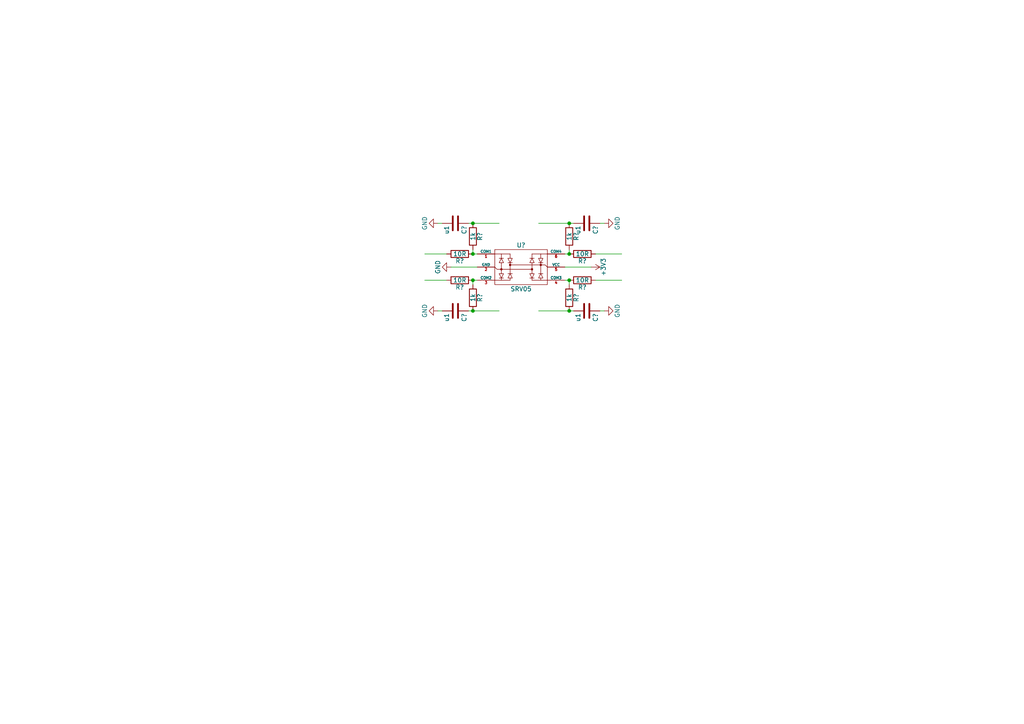
<source format=kicad_sch>
(kicad_sch (version 20211123) (generator eeschema)
  (paper "A4")
  (lib_symbols
    (symbol "Device:C" (pin_numbers hide) (pin_names (offset 0.254))
      (property "Reference" "C" (at 0.635 2.54 0))
      (property "Value" "C" (at 0.635 -2.54 0))
      (symbol "C_0_1"
        (polyline (pts (xy -2.032 -0.762) (xy 2.032 -0.762)) (stroke (width 0.508)))
        (polyline (pts (xy -2.032 0.762) (xy 2.032 0.762)) (stroke (width 0.508)))
      )
      (symbol "C_1_1"
        (pin passive line (at 0 3.81 270) (length 2.794) (name "~") (number "1"))
        (pin passive line (at 0 -3.81 90) (length 2.794) (name "~") (number "2"))
      )
    )
    (symbol "Device:R" (pin_numbers hide) (pin_names (offset 0))
      (property "Reference" "R" (at 2.032 0 90))
      (property "Value" "R" (at 0 0 90))
      (symbol "R_0_1"
        (rectangle (start -1.016 -2.54) (end 1.016 2.54) (stroke (width 0.254)))
      )
      (symbol "R_1_1"
        (pin passive line (at 0 3.81 270) (length 1.27) (name "~") (number "1"))
        (pin passive line (at 0 -3.81 90) (length 1.27) (name "~") (number "2"))
      )
    )
    (symbol "power:+3V3" (power) (pin_names (offset 0))
      (property "Value" "+3V3" (at 0 3.556 0))
      (symbol "+3V3_0_1"
        (polyline (pts (xy -0.762 1.27) (xy 0 2.54)))
        (polyline (pts (xy 0 0) (xy 0 2.54)))
        (polyline (pts (xy 0 2.54) (xy 0.762 1.27)))
      )
      (symbol "+3V3_1_1"
        (pin power_in line (at 0 0 90) (length 0) hide (name "+3V3") (number "1"))
      )
    )
    (symbol "power:GND" (power) (pin_names (offset 0))
      (property "Value" "GND" (at 0 -3.81 0))
      (symbol "GND_0_1"
        (polyline (pts (xy 0 0) (xy 0 -1.27) (xy 1.27 -1.27) (xy 0 -2.54) (xy -1.27 -1.27) (xy 0 -1.27)))
      )
      (symbol "GND_1_1"
        (pin power_in line (at 0 0 270) (length 0) hide (name "GND") (number "1"))
      )
    )
    (symbol "sensactInpExt-rescue:SRV05" (pin_names (offset 0))
      (property "Reference" "U" (at 0 6.35 0))
      (property "Value" "SRV05" (at 0 -6.35 0))
      (symbol "SRV05_0_1"
        (rectangle (start -7.62 5.08) (end 7.62 -5.08))
        (circle (center -5.715 -0.635) (radius 0.254) (fill (type outline)))
        (circle (center -3.175 0.635) (radius 0.254) (fill (type outline)))
        (polyline (pts (xy -7.62 -3.81) (xy -3.175 -3.81) (xy -3.175 -3.81)))
        (polyline (pts (xy -7.62 3.81) (xy -3.175 3.81) (xy -3.175 3.81)))
        (polyline (pts (xy -6.35 -3.175) (xy -5.08 -3.175) (xy -5.08 -3.175)))
        (polyline (pts (xy -5.715 -3.175) (xy -5.715 -3.81) (xy -5.715 -3.81)))
        (polyline (pts (xy -5.715 -0.635) (xy -5.715 -1.905) (xy -5.715 -1.905)))
        (polyline (pts (xy -5.715 1.27) (xy -5.715 -0.635) (xy -5.715 -0.635)))
        (polyline (pts (xy -5.715 3.81) (xy -5.715 2.54) (xy -5.715 2.54)))
        (polyline (pts (xy -3.81 1.27) (xy -2.54 1.27) (xy -2.54 1.27)))
        (polyline (pts (xy -3.175 -3.175) (xy -3.175 -3.81) (xy -3.175 -3.81)))
        (polyline (pts (xy -3.175 0.635) (xy -3.175 -1.905) (xy -3.175 -1.905)))
        (polyline (pts (xy -3.175 1.27) (xy -3.175 0.635) (xy -3.175 0.635)))
        (polyline (pts (xy -3.175 3.81) (xy -3.175 2.54) (xy -3.175 2.54)))
        (polyline (pts (xy 2.54 -3.175) (xy 3.81 -3.175) (xy 3.81 -3.175)))
        (polyline (pts (xy 3.175 -3.81) (xy 7.62 -3.81) (xy 7.62 -3.81)))
        (polyline (pts (xy 3.175 -3.175) (xy 3.175 -3.81) (xy 3.175 -3.81)))
        (polyline (pts (xy 3.175 -0.635) (xy 3.175 -1.905) (xy 3.175 -1.905)))
        (polyline (pts (xy 3.175 1.27) (xy 3.175 -0.635) (xy 3.175 -0.635)))
        (polyline (pts (xy 3.175 3.81) (xy 3.175 2.54) (xy 3.175 2.54)))
        (polyline (pts (xy 3.175 3.81) (xy 7.62 3.81) (xy 7.62 3.81)))
        (polyline (pts (xy 5.08 1.27) (xy 6.35 1.27) (xy 6.35 1.27)))
        (polyline (pts (xy 5.715 -3.175) (xy 5.715 -3.81) (xy 5.715 -3.81)))
        (polyline (pts (xy 5.715 0.635) (xy 5.715 -1.905) (xy 5.715 -1.905)))
        (polyline (pts (xy 5.715 1.27) (xy 5.715 0.635) (xy 5.715 0.635)))
        (polyline (pts (xy 5.715 3.81) (xy 5.715 2.54) (xy 5.715 2.54)))
        (polyline (pts (xy -7.62 0) (xy -6.985 -0.635) (xy 3.175 -0.635) (xy 3.175 -0.635)))
        (polyline (pts (xy -6.35 2.54) (xy -5.08 2.54) (xy -5.08 2.54) (xy -5.08 2.54)))
        (polyline (pts (xy -3.81 -1.905) (xy -2.54 -1.905) (xy -2.54 -1.905) (xy -2.54 -1.905)))
        (polyline (pts (xy 2.54 2.54) (xy 3.81 2.54) (xy 3.81 2.54) (xy 3.81 2.54)))
        (polyline (pts (xy 5.08 -1.905) (xy 6.35 -1.905) (xy 6.35 -1.905) (xy 6.35 -1.905)))
        (polyline (pts (xy 7.62 0) (xy 6.985 0.635) (xy -3.175 0.635) (xy -3.175 0.635)))
        (polyline (pts (xy -6.35 -1.905) (xy -5.08 -1.905) (xy -5.715 -3.175) (xy -6.35 -1.905) (xy -6.35 -1.905)))
        (polyline (pts (xy -5.715 2.54) (xy -6.35 1.27) (xy -5.08 1.27) (xy -5.715 2.54) (xy -5.715 2.54)))
        (polyline (pts (xy -3.81 2.54) (xy -2.54 2.54) (xy -3.175 1.27) (xy -3.81 2.54) (xy -3.81 2.54)))
        (polyline (pts (xy -3.175 -1.905) (xy -3.81 -3.175) (xy -2.54 -3.175) (xy -3.175 -1.905) (xy -3.175 -1.905)))
        (polyline (pts (xy 2.54 -1.905) (xy 3.81 -1.905) (xy 3.175 -3.175) (xy 2.54 -1.905) (xy 2.54 -1.905)))
        (polyline (pts (xy 3.175 2.54) (xy 2.54 1.27) (xy 3.81 1.27) (xy 3.175 2.54) (xy 3.175 2.54)))
        (polyline (pts (xy 5.08 2.54) (xy 6.35 2.54) (xy 5.715 1.27) (xy 5.08 2.54) (xy 5.08 2.54)))
        (polyline (pts (xy 5.715 -1.905) (xy 5.08 -3.175) (xy 6.35 -3.175) (xy 5.715 -1.905) (xy 5.715 -1.905)))
        (circle (center 3.175 -0.635) (radius 0.254) (fill (type outline)))
        (circle (center 5.715 0.635) (radius 0.254) (fill (type outline)))
      )
      (symbol "SRV05_1_1"
        (pin input line (at -12.7 3.81 0) (length 5.08) (name "COM1") (number "1"))
        (pin input line (at -12.7 0 0) (length 5.08) (name "GND") (number "2"))
        (pin input line (at -12.7 -3.81 0) (length 5.08) (name "COM2") (number "3"))
        (pin input line (at 12.7 -3.81 180) (length 5.08) (name "COM3") (number "4"))
        (pin input line (at 12.7 0 180) (length 5.08) (name "VCC") (number "5"))
        (pin input line (at 12.7 3.81 180) (length 5.08) (name "COM4") (number "6"))
      )
    )
  )
  (junction (at 137.16 90.17))
  (junction (at 165.1 81.28))
  (junction (at 137.16 81.28))
  (junction (at 165.1 64.77))
  (junction (at 137.16 64.77))
  (junction (at 137.16 73.66))
  (junction (at 165.1 73.66))
  (junction (at 165.1 90.17))
  (wire (pts (xy 163.83 81.28) (xy 165.1 81.28)))
  (wire (pts (xy 128.27 64.77) (xy 127 64.77)))
  (wire (pts (xy 137.16 73.66) (xy 137.16 72.39)))
  (wire (pts (xy 129.54 73.66) (xy 123.19 73.66)))
  (wire (pts (xy 129.54 81.28) (xy 123.19 81.28)))
  (wire (pts (xy 156.21 90.17) (xy 165.1 90.17)))
  (wire (pts (xy 165.1 81.28) (xy 165.1 82.55)))
  (wire (pts (xy 165.1 90.17) (xy 166.37 90.17)))
  (wire (pts (xy 137.16 90.17) (xy 144.78 90.17)))
  (wire (pts (xy 137.16 81.28) (xy 138.43 81.28)))
  (wire (pts (xy 175.26 90.17) (xy 173.99 90.17)))
  (wire (pts (xy 165.1 64.77) (xy 166.37 64.77)))
  (wire (pts (xy 172.72 81.28) (xy 180.34 81.28)))
  (wire (pts (xy 165.1 73.66) (xy 165.1 72.39)))
  (wire (pts (xy 135.89 64.77) (xy 137.16 64.77)))
  (wire (pts (xy 163.83 73.66) (xy 165.1 73.66)))
  (wire (pts (xy 175.26 64.77) (xy 173.99 64.77)))
  (wire (pts (xy 156.21 64.77) (xy 165.1 64.77)))
  (wire (pts (xy 135.89 90.17) (xy 137.16 90.17)))
  (wire (pts (xy 138.43 77.47) (xy 130.81 77.47)))
  (wire (pts (xy 137.16 64.77) (xy 144.78 64.77)))
  (wire (pts (xy 172.72 73.66) (xy 180.34 73.66)))
  (wire (pts (xy 138.43 73.66) (xy 137.16 73.66)))
  (wire (pts (xy 137.16 81.28) (xy 137.16 82.55)))
  (wire (pts (xy 171.45 77.47) (xy 163.83 77.47)))
  (wire (pts (xy 128.27 90.17) (xy 127 90.17)))
  (symbol (lib_id "power:+3V3") (at 171.45 77.47 270) (unit 1)
    (property "Reference" "#PWR?" (effects hide))
    (property "Value" "+3V3" (at 175.006 77.47 0))
  )
  (symbol (lib_id "Device:R") (at 133.35 73.66 270) (unit 1)
    (property "Reference" "R?" (at 133.35 75.692 90))
    (property "Value" "10R" (at 133.35 73.66 90))
    (property "Footprint" "Resistor_SMD:R_0603_1608Metric" (effects hide))
  )
  (symbol (lib_id "power:GND") (at 127 90.17 270) (unit 1)
    (property "Reference" "#PWR?" (effects hide))
    (property "Value" "GND" (at 123.19 90.17 0))
  )
  (symbol (lib_id "power:GND") (at 175.26 90.17 90) (unit 1)
    (property "Reference" "#PWR?" (effects hide))
    (property "Value" "GND" (at 179.07 90.17 0))
  )
  (symbol (lib_id "Device:C") (at 170.18 90.17 270) (unit 1)
    (property "Reference" "C?" (at 172.72 90.805 0) (effects (justify left)))
    (property "Value" "u1" (at 167.64 90.805 0) (effects (justify left)))
    (property "Footprint" "Capacitor_SMD:C_0603_1608Metric" (effects hide))
  )
  (symbol (lib_id "Device:C") (at 132.08 64.77 270) (unit 1)
    (property "Reference" "C?" (at 134.62 65.405 0) (effects (justify left)))
    (property "Value" "u1" (at 129.54 65.405 0) (effects (justify left)))
    (property "Footprint" "Capacitor_SMD:C_0603_1608Metric" (effects hide))
  )
  (symbol (lib_id "Device:R") (at 168.91 81.28 270) (unit 1)
    (property "Reference" "R?" (at 168.91 83.312 90))
    (property "Value" "10R" (at 168.91 81.28 90))
    (property "Footprint" "Resistor_SMD:R_0603_1608Metric" (effects hide))
  )
  (symbol (lib_id "Device:R") (at 137.16 68.58 0) (unit 1)
    (property "Reference" "R?" (at 139.192 68.58 90))
    (property "Value" "1k" (at 137.16 68.58 90))
    (property "Footprint" "Resistor_SMD:R_0603_1608Metric" (effects hide))
  )
  (symbol (lib_id "Device:R") (at 133.35 81.28 270) (unit 1)
    (property "Reference" "R?" (at 133.35 83.312 90))
    (property "Value" "10R" (at 133.35 81.28 90))
    (property "Footprint" "Resistor_SMD:R_0603_1608Metric" (effects hide))
  )
  (symbol (lib_id "Device:C") (at 170.18 64.77 270) (unit 1)
    (property "Reference" "C?" (at 172.72 65.405 0) (effects (justify left)))
    (property "Value" "u1" (at 167.64 65.405 0) (effects (justify left)))
    (property "Footprint" "Capacitor_SMD:C_0603_1608Metric" (effects hide))
  )
  (symbol (lib_id "power:GND") (at 175.26 64.77 90) (unit 1)
    (property "Reference" "#PWR?" (effects hide))
    (property "Value" "GND" (at 179.07 64.77 0))
  )
  (symbol (lib_id "sensactInpExt-rescue:SRV05") (at 151.13 77.47 0) (unit 1)
    (property "Reference" "U?" (at 151.13 71.12 0))
    (property "Value" "SRV05" (at 151.13 83.82 0))
    (property "Footprint" "Package_TO_SOT_SMD:SOT-23-6" (effects hide))
  )
  (symbol (lib_id "Device:R") (at 137.16 86.36 0) (unit 1)
    (property "Reference" "R?" (at 139.192 86.36 90))
    (property "Value" "1k" (at 137.16 86.36 90))
    (property "Footprint" "Resistor_SMD:R_0805_2012Metric_Pad1.20x1.40mm_HandSolder" (effects hide))
  )
  (symbol (lib_id "power:GND") (at 127 64.77 270) (unit 1)
    (property "Reference" "#PWR?" (effects hide))
    (property "Value" "GND" (at 123.19 64.77 0))
  )
  (symbol (lib_id "Device:R") (at 168.91 73.66 270) (unit 1)
    (property "Reference" "R?" (at 168.91 75.692 90))
    (property "Value" "10R" (at 168.91 73.66 90))
    (property "Footprint" "Resistor_SMD:R_0603_1608Metric" (effects hide))
  )
  (symbol (lib_id "power:GND") (at 130.81 77.47 270) (unit 1)
    (property "Reference" "#PWR?" (effects hide))
    (property "Value" "GND" (at 127 77.47 0))
  )
  (symbol (lib_id "Device:R") (at 165.1 68.58 0) (unit 1)
    (property "Reference" "R?" (at 167.132 68.58 90))
    (property "Value" "1k" (at 165.1 68.58 90))
    (property "Footprint" "Resistor_SMD:R_0603_1608Metric" (effects hide))
  )
  (symbol (lib_id "Device:R") (at 165.1 86.36 0) (unit 1)
    (property "Reference" "R?" (at 167.132 86.36 90))
    (property "Value" "1k" (at 165.1 86.36 90))
    (property "Footprint" "Resistor_SMD:R_0603_1608Metric" (effects hide))
  )
  (symbol (lib_id "Device:C") (at 132.08 90.17 270) (unit 1)
    (property "Reference" "C?" (at 134.62 90.805 0) (effects (justify left)))
    (property "Value" "u1" (at 129.54 90.805 0) (effects (justify left)))
    (property "Footprint" "Capacitor_SMD:C_0603_1608Metric" (effects hide))
  )
)
</source>
